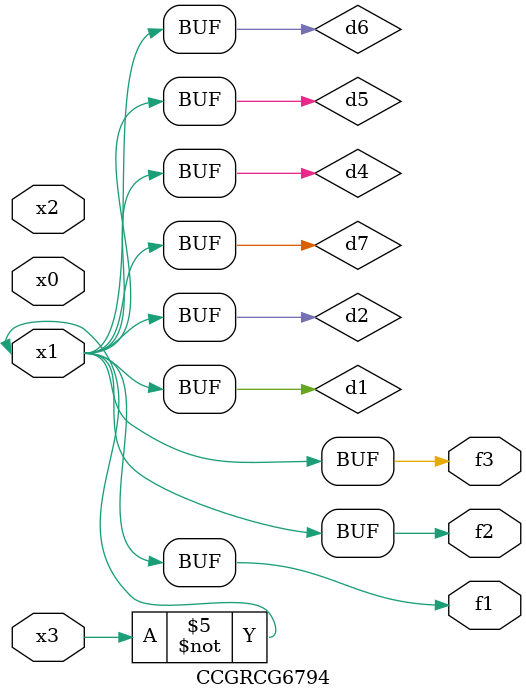
<source format=v>
module CCGRCG6794(
	input x0, x1, x2, x3,
	output f1, f2, f3
);

	wire d1, d2, d3, d4, d5, d6, d7;

	not (d1, x3);
	buf (d2, x1);
	xnor (d3, d1, d2);
	nor (d4, d1);
	buf (d5, d1, d2);
	buf (d6, d4, d5);
	nand (d7, d4);
	assign f1 = d6;
	assign f2 = d7;
	assign f3 = d6;
endmodule

</source>
